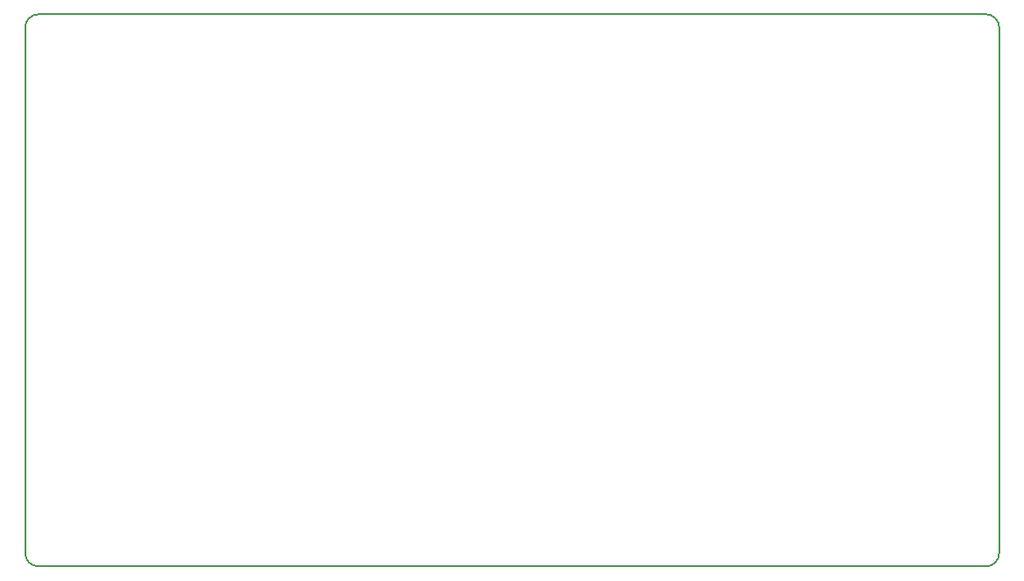
<source format=gbr>
G04 #@! TF.GenerationSoftware,KiCad,Pcbnew,(5.0.1)-4*
G04 #@! TF.CreationDate,2019-09-12T15:38:01+02:00*
G04 #@! TF.ProjectId,esp32roomlabel,6573703332726F6F6D6C6162656C2E6B,rev?*
G04 #@! TF.SameCoordinates,Original*
G04 #@! TF.FileFunction,Profile,NP*
%FSLAX46Y46*%
G04 Gerber Fmt 4.6, Leading zero omitted, Abs format (unit mm)*
G04 Created by KiCad (PCBNEW (5.0.1)-4) date 12.09.2019 15:38:01*
%MOMM*%
%LPD*%
G01*
G04 APERTURE LIST*
%ADD10C,0.150000*%
G04 APERTURE END LIST*
D10*
X154940000Y-76200000D02*
G75*
G02X156210000Y-77470000I0J-1270000D01*
G01*
X156210000Y-128270000D02*
G75*
G02X154940000Y-129540000I-1270000J0D01*
G01*
X63500000Y-129540000D02*
G75*
G02X62230000Y-128270000I0J1270000D01*
G01*
X62230000Y-77470000D02*
G75*
G02X63500000Y-76200000I1270000J0D01*
G01*
X62230000Y-128270000D02*
X62230000Y-77470000D01*
X154940000Y-129540000D02*
X63500000Y-129540000D01*
X156210000Y-77470000D02*
X156210000Y-128270000D01*
X63500000Y-76200000D02*
X154940000Y-76200000D01*
M02*

</source>
